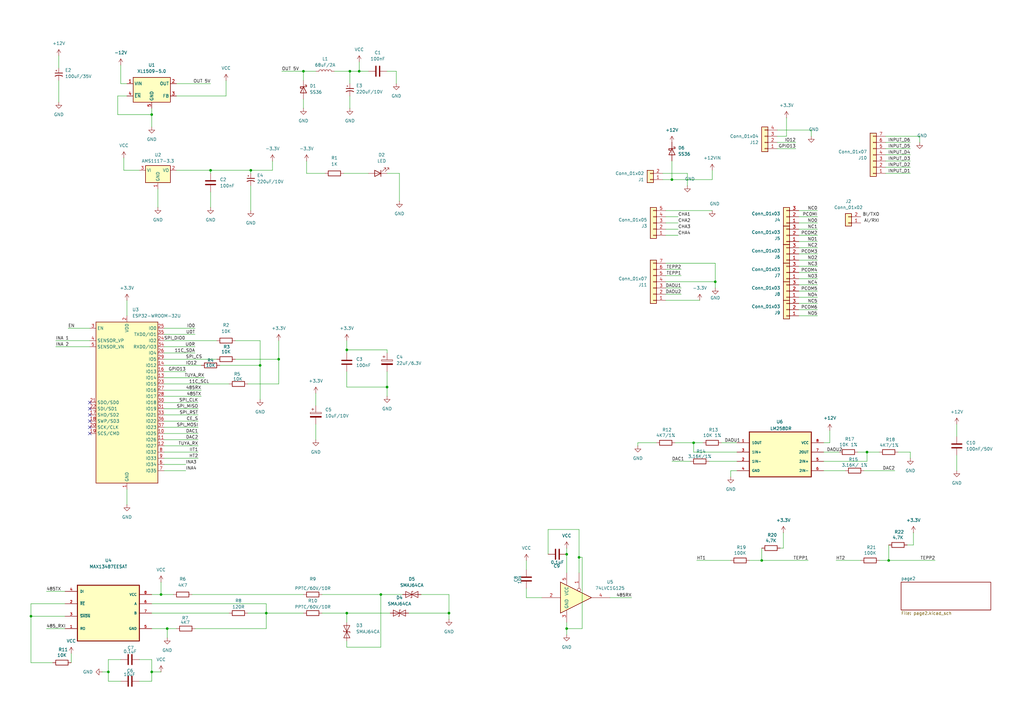
<source format=kicad_sch>
(kicad_sch (version 20250114) (generator "eeschema") (generator_version "9.0")
  (paper "A3")
  (junction (at 355.6 185.42))
  (junction (at 124.46 29.21))
  (junction (at 364.49 229.87))
  (junction (at 44.45 275.59))
  (junction (at 62.23 275.59))
  (junction (at 102.87 69.85))
  (junction (at 142.24 251.46))
  (junction (at 66.04 243.84))
  (junction (at 114.3 147.32))
  (junction (at 237.49 228.6))
  (junction (at 12.7 252.73))
  (junction (at 106.68 149.86))
  (junction (at 232.41 227.33))
  (junction (at 312.42 229.87))
  (junction (at 275.59 73.66))
  (junction (at 158.75 158.75))
  (junction (at 284.48 181.61))
  (junction (at 62.23 46.99))
  (junction (at 232.41 257.81))
  (junction (at 86.36 69.85))
  (junction (at 293.37 115.57))
  (junction (at 142.24 143.51))
  (junction (at 156.21 243.84))
  (junction (at 68.58 257.81))
  (junction (at 143.51 29.21))
  (junction (at 109.22 251.46))
  (junction (at 184.15 251.46))
  (junction (at 147.32 29.21))
  (no_connect (at 36.83 172.72))
  (no_connect (at 36.83 165.1))
  (no_connect (at 36.83 175.26))
  (no_connect (at 36.83 170.18))
  (no_connect (at 36.83 167.64))
  (no_connect (at 36.83 177.8))
  (wire (pts (xy 129.54 173.99) (xy 129.54 180.34)))
  (wire (pts (xy 142.24 262.89) (xy 142.24 265.43)))
  (wire (pts (xy 67.31 157.48) (xy 93.98 157.48)))
  (wire (pts (xy 273.05 110.49) (xy 279.4 110.49)))
  (wire (pts (xy 184.15 251.46) (xy 184.15 254)))
  (wire (pts (xy 327.66 129.54) (xy 335.28 129.54)))
  (wire (pts (xy 327.66 119.38) (xy 335.28 119.38)))
  (wire (pts (xy 50.8 64.77) (xy 50.8 69.85)))
  (wire (pts (xy 273.05 91.44) (xy 278.13 91.44)))
  (wire (pts (xy 158.75 71.12) (xy 163.83 71.12)))
  (wire (pts (xy 142.24 158.75) (xy 158.75 158.75)))
  (wire (pts (xy 44.45 275.59) (xy 44.45 270.51)))
  (wire (pts (xy 273.05 96.52) (xy 278.13 96.52)))
  (wire (pts (xy 232.41 257.81) (xy 232.41 260.35)))
  (wire (pts (xy 327.66 86.36) (xy 335.28 86.36)))
  (wire (pts (xy 363.22 58.42) (xy 373.38 58.42)))
  (wire (pts (xy 355.6 189.23) (xy 355.6 185.42)))
  (wire (pts (xy 237.49 228.6) (xy 237.49 234.95)))
  (wire (pts (xy 67.31 185.42) (xy 81.28 185.42)))
  (wire (pts (xy 327.66 104.14) (xy 335.28 104.14)))
  (wire (pts (xy 102.87 76.2) (xy 102.87 86.36)))
  (wire (pts (xy 52.07 34.29) (xy 49.53 34.29)))
  (wire (pts (xy 62.23 257.81) (xy 68.58 257.81)))
  (wire (pts (xy 147.32 25.4) (xy 147.32 29.21)))
  (wire (pts (xy 318.77 55.88) (xy 322.58 55.88)))
  (wire (pts (xy 142.24 143.51) (xy 142.24 144.78)))
  (wire (pts (xy 327.66 91.44) (xy 335.28 91.44)))
  (wire (pts (xy 86.36 78.74) (xy 86.36 85.09)))
  (wire (pts (xy 132.08 251.46) (xy 142.24 251.46)))
  (wire (pts (xy 142.24 152.4) (xy 142.24 158.75)))
  (wire (pts (xy 12.7 271.78) (xy 21.59 271.78)))
  (wire (pts (xy 67.31 193.04) (xy 76.2 193.04)))
  (wire (pts (xy 67.31 187.96) (xy 81.28 187.96)))
  (wire (pts (xy 109.22 251.46) (xy 109.22 247.65)))
  (wire (pts (xy 355.6 185.42) (xy 360.68 185.42)))
  (wire (pts (xy 299.72 193.04) (xy 299.72 195.58)))
  (wire (pts (xy 67.31 142.24) (xy 80.01 142.24)))
  (wire (pts (xy 52.07 39.37) (xy 48.26 39.37)))
  (wire (pts (xy 273.05 115.57) (xy 293.37 115.57)))
  (wire (pts (xy 237.49 217.17) (xy 237.49 228.6)))
  (wire (pts (xy 273.05 123.19) (xy 287.02 123.19)))
  (wire (pts (xy 302.26 185.42) (xy 284.48 185.42)))
  (wire (pts (xy 102.87 69.85) (xy 111.76 69.85)))
  (wire (pts (xy 327.66 114.3) (xy 335.28 114.3)))
  (wire (pts (xy 232.41 224.79) (xy 232.41 227.33)))
  (wire (pts (xy 26.67 247.65) (xy 12.7 247.65)))
  (wire (pts (xy 129.54 161.29) (xy 129.54 166.37)))
  (wire (pts (xy 327.66 88.9) (xy 335.28 88.9)))
  (wire (pts (xy 114.3 139.7) (xy 114.3 147.32)))
  (wire (pts (xy 67.31 139.7) (xy 88.9 139.7)))
  (wire (pts (xy 158.75 29.21) (xy 162.56 29.21)))
  (wire (pts (xy 24.13 22.86) (xy 24.13 27.94)))
  (wire (pts (xy 351.79 185.42) (xy 355.6 185.42)))
  (wire (pts (xy 67.31 149.86) (xy 82.55 149.86)))
  (wire (pts (xy 68.58 257.81) (xy 68.58 261.62)))
  (wire (pts (xy 124.46 29.21) (xy 124.46 33.02)))
  (wire (pts (xy 67.31 190.5) (xy 76.2 190.5)))
  (wire (pts (xy 327.66 101.6) (xy 335.28 101.6)))
  (wire (pts (xy 293.37 107.95) (xy 293.37 115.57)))
  (wire (pts (xy 57.15 279.4) (xy 62.23 279.4)))
  (wire (pts (xy 215.9 245.11) (xy 215.9 241.3)))
  (wire (pts (xy 392.43 173.99) (xy 392.43 179.07)))
  (wire (pts (xy 273.05 113.03) (xy 279.4 113.03)))
  (wire (pts (xy 48.26 39.37) (xy 48.26 46.99)))
  (wire (pts (xy 62.23 275.59) (xy 66.04 275.59)))
  (wire (pts (xy 284.48 181.61) (xy 288.29 181.61)))
  (wire (pts (xy 62.23 270.51) (xy 57.15 270.51)))
  (wire (pts (xy 115.57 29.21) (xy 124.46 29.21)))
  (wire (pts (xy 327.66 121.92) (xy 335.28 121.92)))
  (wire (pts (xy 327.66 127) (xy 335.28 127)))
  (wire (pts (xy 158.75 144.78) (xy 158.75 143.51)))
  (wire (pts (xy 140.97 71.12) (xy 151.13 71.12)))
  (wire (pts (xy 374.65 218.44) (xy 374.65 223.52)))
  (wire (pts (xy 337.82 189.23) (xy 355.6 189.23)))
  (wire (pts (xy 222.25 245.11) (xy 215.9 245.11)))
  (wire (pts (xy 172.72 243.84) (xy 184.15 243.84)))
  (wire (pts (xy 322.58 55.88) (xy 322.58 48.26)))
  (wire (pts (xy 363.22 63.5) (xy 373.38 63.5)))
  (wire (pts (xy 354.33 193.04) (xy 367.03 193.04)))
  (wire (pts (xy 64.77 77.47) (xy 64.77 85.09)))
  (wire (pts (xy 337.82 181.61) (xy 340.36 181.61)))
  (wire (pts (xy 284.48 185.42) (xy 284.48 181.61)))
  (wire (pts (xy 360.68 229.87) (xy 364.49 229.87)))
  (wire (pts (xy 363.22 55.88) (xy 377.19 55.88)))
  (wire (pts (xy 102.87 69.85) (xy 102.87 71.12)))
  (wire (pts (xy 67.31 152.4) (xy 76.2 152.4)))
  (wire (pts (xy 224.79 217.17) (xy 237.49 217.17)))
  (wire (pts (xy 62.23 243.84) (xy 66.04 243.84)))
  (wire (pts (xy 62.23 247.65) (xy 109.22 247.65)))
  (wire (pts (xy 273.05 120.65) (xy 279.4 120.65)))
  (wire (pts (xy 52.07 200.66) (xy 52.07 207.01)))
  (wire (pts (xy 275.59 189.23) (xy 283.21 189.23)))
  (wire (pts (xy 143.51 29.21) (xy 143.51 34.29)))
  (wire (pts (xy 276.86 181.61) (xy 284.48 181.61)))
  (wire (pts (xy 12.7 252.73) (xy 26.67 252.73)))
  (wire (pts (xy 132.08 243.84) (xy 156.21 243.84)))
  (wire (pts (xy 337.82 193.04) (xy 346.71 193.04)))
  (wire (pts (xy 62.23 275.59) (xy 62.23 270.51)))
  (wire (pts (xy 62.23 44.45) (xy 62.23 46.99)))
  (wire (pts (xy 106.68 149.86) (xy 106.68 163.83)))
  (wire (pts (xy 67.31 162.56) (xy 82.55 162.56)))
  (wire (pts (xy 62.23 251.46) (xy 93.98 251.46)))
  (wire (pts (xy 96.52 147.32) (xy 114.3 147.32)))
  (wire (pts (xy 275.59 73.66) (xy 292.1 73.66)))
  (wire (pts (xy 44.45 279.4) (xy 44.45 275.59)))
  (wire (pts (xy 271.78 73.66) (xy 275.59 73.66)))
  (wire (pts (xy 312.42 229.87) (xy 331.47 229.87)))
  (wire (pts (xy 327.66 106.68) (xy 335.28 106.68)))
  (wire (pts (xy 12.7 252.73) (xy 12.7 271.78)))
  (wire (pts (xy 57.15 69.85) (xy 50.8 69.85)))
  (wire (pts (xy 137.16 29.21) (xy 143.51 29.21)))
  (wire (pts (xy 67.31 134.62) (xy 80.01 134.62)))
  (wire (pts (xy 292.1 73.66) (xy 292.1 69.85)))
  (wire (pts (xy 363.22 60.96) (xy 373.38 60.96)))
  (wire (pts (xy 237.49 228.6) (xy 238.76 228.6)))
  (wire (pts (xy 67.31 165.1) (xy 81.28 165.1)))
  (wire (pts (xy 158.75 152.4) (xy 158.75 158.75)))
  (wire (pts (xy 273.05 86.36) (xy 292.1 86.36)))
  (wire (pts (xy 275.59 73.66) (xy 275.59 66.04)))
  (wire (pts (xy 78.74 243.84) (xy 124.46 243.84)))
  (wire (pts (xy 163.83 71.12) (xy 163.83 82.55)))
  (wire (pts (xy 363.22 68.58) (xy 373.38 68.58)))
  (wire (pts (xy 156.21 243.84) (xy 165.1 243.84)))
  (wire (pts (xy 307.34 229.87) (xy 312.42 229.87)))
  (wire (pts (xy 67.31 172.72) (xy 81.28 172.72)))
  (wire (pts (xy 162.56 29.21) (xy 162.56 34.29)))
  (wire (pts (xy 66.04 243.84) (xy 71.12 243.84)))
  (wire (pts (xy 318.77 53.34) (xy 332.74 53.34)))
  (wire (pts (xy 12.7 247.65) (xy 12.7 252.73)))
  (wire (pts (xy 109.22 251.46) (xy 124.46 251.46)))
  (wire (pts (xy 67.31 154.94) (xy 83.82 154.94)))
  (wire (pts (xy 142.24 139.7) (xy 142.24 143.51)))
  (wire (pts (xy 269.24 181.61) (xy 261.62 181.61)))
  (wire (pts (xy 281.94 71.12) (xy 281.94 76.2)))
  (wire (pts (xy 101.6 157.48) (xy 114.3 157.48)))
  (wire (pts (xy 68.58 257.81) (xy 72.39 257.81)))
  (wire (pts (xy 67.31 175.26) (xy 81.28 175.26)))
  (wire (pts (xy 215.9 229.87) (xy 215.9 233.68)))
  (wire (pts (xy 327.66 96.52) (xy 335.28 96.52)))
  (wire (pts (xy 327.66 116.84) (xy 335.28 116.84)))
  (wire (pts (xy 62.23 46.99) (xy 62.23 52.07)))
  (wire (pts (xy 327.66 124.46) (xy 335.28 124.46)))
  (wire (pts (xy 184.15 243.84) (xy 184.15 251.46)))
  (wire (pts (xy 48.26 46.99) (xy 62.23 46.99)))
  (wire (pts (xy 142.24 251.46) (xy 160.02 251.46)))
  (wire (pts (xy 72.39 69.85) (xy 86.36 69.85)))
  (wire (pts (xy 302.26 193.04) (xy 299.72 193.04)))
  (wire (pts (xy 67.31 147.32) (xy 88.9 147.32)))
  (wire (pts (xy 67.31 177.8) (xy 81.28 177.8)))
  (wire (pts (xy 49.53 26.67) (xy 49.53 34.29)))
  (wire (pts (xy 238.76 257.81) (xy 232.41 257.81)))
  (wire (pts (xy 67.31 137.16) (xy 80.01 137.16)))
  (wire (pts (xy 19.05 242.57) (xy 26.67 242.57)))
  (wire (pts (xy 290.83 189.23) (xy 302.26 189.23)))
  (wire (pts (xy 19.05 257.81) (xy 26.67 257.81)))
  (wire (pts (xy 24.13 33.02) (xy 24.13 41.91)))
  (wire (pts (xy 66.04 238.76) (xy 66.04 243.84)))
  (wire (pts (xy 86.36 69.85) (xy 102.87 69.85)))
  (wire (pts (xy 111.76 66.04) (xy 111.76 69.85)))
  (wire (pts (xy 261.62 181.61) (xy 261.62 182.88)))
  (wire (pts (xy 109.22 257.81) (xy 109.22 251.46)))
  (wire (pts (xy 364.49 223.52) (xy 364.49 229.87)))
  (wire (pts (xy 27.94 134.62) (xy 36.83 134.62)))
  (wire (pts (xy 392.43 186.69) (xy 392.43 193.04)))
  (wire (pts (xy 273.05 88.9) (xy 278.13 88.9)))
  (wire (pts (xy 318.77 60.96) (xy 326.39 60.96)))
  (wire (pts (xy 368.3 185.42) (xy 373.38 185.42)))
  (wire (pts (xy 62.23 279.4) (xy 62.23 275.59)))
  (wire (pts (xy 41.91 275.59) (xy 44.45 275.59)))
  (wire (pts (xy 363.22 71.12) (xy 373.38 71.12)))
  (wire (pts (xy 67.31 170.18) (xy 81.28 170.18)))
  (wire (pts (xy 238.76 228.6) (xy 238.76 257.81)))
  (wire (pts (xy 147.32 29.21) (xy 151.13 29.21)))
  (wire (pts (xy 67.31 160.02) (xy 82.55 160.02)))
  (wire (pts (xy 271.78 71.12) (xy 281.94 71.12)))
  (wire (pts (xy 80.01 257.81) (xy 109.22 257.81)))
  (wire (pts (xy 321.31 224.79) (xy 321.31 218.44)))
  (wire (pts (xy 52.07 123.19) (xy 52.07 129.54)))
  (wire (pts (xy 114.3 147.32) (xy 114.3 157.48)))
  (wire (pts (xy 49.53 279.4) (xy 44.45 279.4)))
  (wire (pts (xy 332.74 53.34) (xy 332.74 55.88)))
  (wire (pts (xy 340.36 181.61) (xy 340.36 176.53)))
  (wire (pts (xy 143.51 39.37) (xy 143.51 44.45)))
  (wire (pts (xy 49.53 270.51) (xy 44.45 270.51)))
  (wire (pts (xy 86.36 69.85) (xy 86.36 71.12)))
  (wire (pts (xy 327.66 111.76) (xy 335.28 111.76)))
  (wire (pts (xy 363.22 66.04) (xy 373.38 66.04)))
  (wire (pts (xy 224.79 217.17) (xy 224.79 227.33)))
  (wire (pts (xy 143.51 29.21) (xy 147.32 29.21)))
  (wire (pts (xy 101.6 251.46) (xy 109.22 251.46)))
  (wire (pts (xy 342.9 229.87) (xy 353.06 229.87)))
  (wire (pts (xy 377.19 55.88) (xy 377.19 58.42)))
  (wire (pts (xy 125.73 71.12) (xy 133.35 71.12)))
  (wire (pts (xy 158.75 143.51) (xy 142.24 143.51)))
  (wire (pts (xy 22.86 142.24) (xy 36.83 142.24)))
  (wire (pts (xy 327.66 109.22) (xy 335.28 109.22)))
  (wire (pts (xy 167.64 251.46) (xy 184.15 251.46)))
  (wire (pts (xy 373.38 187.96) (xy 373.38 185.42)))
  (wire (pts (xy 92.71 33.02) (xy 92.71 39.37)))
  (wire (pts (xy 72.39 34.29) (xy 86.36 34.29)))
  (wire (pts (xy 327.66 93.98) (xy 335.28 93.98)))
  (wire (pts (xy 158.75 158.75) (xy 158.75 162.56)))
  (wire (pts (xy 22.86 139.7) (xy 36.83 139.7)))
  (wire (pts (xy 250.19 245.11) (xy 259.08 245.11)))
  (wire (pts (xy 337.82 185.42) (xy 344.17 185.42)))
  (wire (pts (xy 312.42 224.79) (xy 312.42 229.87)))
  (wire (pts (xy 124.46 29.21) (xy 129.54 29.21)))
  (wire (pts (xy 124.46 40.64) (xy 124.46 44.45)))
  (wire (pts (xy 67.31 144.78) (xy 80.01 144.78)))
  (wire (pts (xy 72.39 39.37) (xy 92.71 39.37)))
  (wire (pts (xy 67.31 167.64) (xy 81.28 167.64)))
  (wire (pts (xy 273.05 118.11) (xy 279.4 118.11)))
  (wire (pts (xy 232.41 255.27) (xy 232.41 257.81)))
  (wire (pts (xy 125.73 66.04) (xy 125.73 71.12)))
  (wire (pts (xy 90.17 149.86) (xy 106.68 149.86)))
  (wire (pts (xy 293.37 115.57) (xy 293.37 118.11)))
  (wire (pts (xy 67.31 182.88) (xy 81.28 182.88)))
  (wire (pts (xy 67.31 180.34) (xy 81.28 180.34)))
  (wire (pts (xy 320.04 224.79) (xy 321.31 224.79)))
  (wire (pts (xy 142.24 251.46) (xy 142.24 255.27)))
  (wire (pts (xy 327.66 99.06) (xy 335.28 99.06)))
  (wire (pts (xy 273.05 107.95) (xy 293.37 107.95)))
  (wire (pts (xy 142.24 265.43) (xy 156.21 265.43)))
  (wire (pts (xy 285.75 229.87) (xy 299.72 229.87)))
  (wire (pts (xy 96.52 139.7) (xy 106.68 139.7)))
  (wire (pts (xy 106.68 139.7) (xy 106.68 149.86)))
  (wire (pts (xy 29.21 267.97) (xy 29.21 271.78)))
  (wire (pts (xy 232.41 227.33) (xy 232.41 234.95)))
  (wire (pts (xy 156.21 243.84) (xy 156.21 265.43)))
  (wire (pts (xy 318.77 58.42) (xy 326.39 58.42)))
  (wire (pts (xy 364.49 229.87) (xy 383.54 229.87)))
  (wire (pts (xy 372.11 223.52) (xy 374.65 223.52)))
  (wire (pts (xy 273.05 93.98) (xy 278.13 93.98)))
  (wire (pts (xy 295.91 181.61) (xy 302.26 181.61)))
  (label "INPUT_D2" (at 373.38 68.58 180))
  (label "SPI_MOSI" (at 81.28 175.26 180))
  (label "NC4" (at 335.28 116.84 180))
  (label "GPIO13" (at 76.2 152.4 180))
  (label "TEPP2" (at 279.4 110.49 180))
  (label "IO12" (at 76.2 149.86 0))
  (label "DAC1" (at 275.59 189.23 0))
  (label "CHA2" (at 278.13 91.44 0))
  (label "INA 1" (at 22.86 139.7 0))
  (label "PCOM5" (at 335.28 119.38 180))
  (label "DAOU2" (at 339.09 185.42 0))
  (label "CHA3" (at 278.13 93.98 0))
  (label "DAOU1" (at 279.4 118.11 180))
  (label "NO0" (at 335.28 91.44 180))
  (label "NC1" (at 335.28 93.98 180))
  (label "SPI_RST" (at 81.28 170.18 180))
  (label "SPI_DIO0" (at 67.31 139.7 0))
  (label "DAC1" (at 81.28 177.8 180))
  (label "485TX" (at 19.05 242.57 0))
  (label "485TX" (at 82.55 162.56 180))
  (label "BI{slash}TXO" (at 360.68 88.9 180))
  (label "TEPP1" (at 331.47 229.87 180))
  (label "INPUT_D6" (at 373.38 58.42 180))
  (label "NO3" (at 335.28 114.3 180))
  (label "485_RXI" (at 19.05 257.81 0))
  (label "NC5" (at 335.28 124.46 180))
  (label "NO2" (at 335.28 106.68 180))
  (label "TUYA_RX" (at 83.82 154.94 180))
  (label "DAC2" (at 367.03 193.04 180))
  (label "DAOU1" (at 297.18 181.61 0))
  (label "CHA1" (at 278.13 88.9 0))
  (label "OUT 5V" (at 115.57 29.21 0))
  (label "TEPP1" (at 279.4 113.03 180))
  (label "HT2" (at 81.28 187.96 180))
  (label "GPIO13" (at 326.39 60.96 180))
  (label "DAOU2" (at 279.4 120.65 180))
  (label "AI{slash}RXI" (at 360.68 91.44 180))
  (label "PCOM4" (at 335.28 111.76 180))
  (label "IO0" (at 80.01 134.62 180))
  (label "SPI_CS" (at 76.2 147.32 0))
  (label "INPUT_D3" (at 373.38 66.04 180))
  (label "NC0" (at 335.28 86.36 180))
  (label "PCOM6" (at 335.28 127 180))
  (label "OUT 5V" (at 86.36 34.29 180))
  (label "11C_SDA" (at 80.01 144.78 180))
  (label "EN" (at 27.94 134.62 0))
  (label "SPI_CLK" (at 81.28 165.1 180))
  (label "11C_SCL" (at 77.47 157.48 0))
  (label "DAC2" (at 81.28 180.34 180))
  (label "CHA4" (at 278.13 96.52 0))
  (label "INPUT_D4" (at 373.38 63.5 180))
  (label "485RX" (at 259.08 245.11 180))
  (label "IIT1" (at 81.28 185.42 180))
  (label "INPUT_D1" (at 373.38 71.12 180))
  (label "U0R" (at 80.01 142.24 180))
  (label "SPI_MISO" (at 81.28 167.64 180))
  (label "NC2" (at 335.28 101.6 180))
  (label "NO1" (at 335.28 99.06 180))
  (label "CE_S" (at 81.28 172.72 180))
  (label "PCOM2" (at 335.28 96.52 180))
  (label "NO4" (at 335.28 121.92 180))
  (label "PCOMI" (at 335.28 88.9 180))
  (label "INA3" (at 76.2 190.5 0))
  (label "INA4" (at 76.2 193.04 0))
  (label "NO5" (at 335.28 129.54 180))
  (label "HT1" (at 285.75 229.87 0))
  (label "HT2" (at 342.9 229.87 0))
  (label "PCOM3" (at 335.28 104.14 180))
  (label "TUYA_RX" (at 81.28 182.88 180))
  (label "U0T" (at 80.01 137.16 180))
  (label "INPUT_D5" (at 373.38 60.96 180))
  (label "INA 2" (at 22.86 142.24 0))
  (label "IO12" (at 326.39 58.42 180))
  (label "485RX" (at 82.55 160.02 180))
  (label "TEPP2" (at 383.54 229.87 180))
  (label "NC3" (at 335.28 109.22 180))
  (symbol (lib_id "Device:R") (at 316.23 224.79 90) (unit 1)
    (property "Reference" "R20" (at 316.738 219.456 90))
    (property "Value" "4.7K" (at 316.23 221.742 90))
    (property "Footprint" "Resistor_THT:R_Axial_DIN0309_L9.0mm_D3.2mm_P15.24mm_Horizontal" (effects (hide yes)))
    (property "Description" "Resistor" (effects (hide yes)))
  )
  (symbol (lib_id "Connector_Generic:Conn_01x02") (at 347.98 91.44 180) (unit 1)
    (property "Reference" "J2" (at 347.98 82.55 0))
    (property "Value" "Conn_01x02" (at 347.98 85.09 0))
    (property "Description" "Generic connector, single row, 01x02, script generated (kicad-library-utils/schlib/autogen/connector/)" (effects (hide yes)))
  )
  (symbol (lib_id "power:GND") (at 293.37 118.11 0) (unit 1)
    (property "Reference" "#PWR043" (effects (hide yes)))
    (property "Value" "GND" (at 293.37 122.174 0))
    (property "Description" "Power symbol creates a global label with name \"GND\" , ground" (effects (hide yes)))
  )
  (symbol (lib_id "power:GND") (at 106.68 163.83 0) (unit 1)
    (property "Reference" "#PWR021" (effects (hide yes)))
    (property "Value" "GND" (at 106.68 168.91 0))
    (property "Description" "Power symbol creates a global label with name \"GND\" , ground" (effects (hide yes)))
  )
  (symbol (lib_id "power:GND") (at 261.62 182.88 0) (unit 1)
    (property "Reference" "#PWR039" (effects (hide yes)))
    (property "Value" "GND" (at 261.62 187.96 0))
    (property "Description" "Power symbol creates a global label with name \"GND\" , ground" (effects (hide yes)))
  )
  (symbol (lib_id "Diode:SMAJ64CA") (at 163.83 251.46 180) (unit 1)
    (property "Reference" "D4" (at 163.83 245.11 0))
    (property "Value" "SMAJ64CA" (at 163.83 247.65 0))
    (property "Footprint" "Diode_SMD:D_SMA" (effects (hide yes)))
    (property "Datasheet" "https://www.littelfuse.com/media?resourcetype=datasheets&itemid=75e32973-b177-4ee3-a0ff-cedaf1abdb93&filename=smaj-datasheet" (effects (hide yes)))
    (property "Description" "400W bidirectional Transient Voltage Suppressor, 64.0Vr, SMA(DO-214AC)" (effects (hide yes)))
  )
  (symbol (lib_id "Device:C") (at 392.43 182.88 180) (unit 1)
    (property "Reference" "C10" (at 396.24 181.6099 0) (effects (justify right)))
    (property "Value" "100nF/50V" (at 396.24 184.1499 0) (effects (justify right)))
    (property "Description" "Unpolarized capacitor" (effects (hide yes)))
  )
  (symbol (lib_id "Device:C_Polarized") (at 158.75 148.59 0) (unit 1)
    (property "Reference" "C4" (at 162.56 146.4309 0) (effects (justify left)))
    (property "Value" "22uF/6.3V" (at 162.56 148.9709 0) (effects (justify left)))
    (property "Footprint" "Capacitor_THT:CP_Axial_L18.0mm_D8.0mm_P25.00mm_Horizontal" (effects (hide yes)))
    (property "Description" "Polarized capacitor" (effects (hide yes)))
  )
  (symbol (lib_id "power:GND") (at 163.83 82.55 0) (unit 1)
    (property "Reference" "#PWR012" (effects (hide yes)))
    (property "Value" "GND" (at 163.83 87.63 0))
    (property "Description" "Power symbol creates a global label with name \"GND\" , ground" (effects (hide yes)))
  )
  (symbol (lib_id "LM258DR:LM258DR") (at 320.04 185.42 0) (unit 1)
    (property "Reference" "U6" (at 319.786 172.974 0))
    (property "Value" "LM258DR" (at 320.294 175.768 0))
    (property "Footprint" "LM258DR:SOIC127P599X175-8N" (effects (hide yes)))
    (property "DigiKey_Part_Number" "296-14591-2-ND" (effects (hide yes)))
    (property "SnapEDA_Link" "https://www.snapeda.com/parts/LM258DR/Texas+Instruments/view-part/?ref=snap" (effects (hide yes)))
    (property "Description_1" "Dual, 30-V, 700-kHz operational amplifier with -25°C to 85°C operation" (effects (hide yes)))
    (property "MF" "Texas Instruments" (effects (hide yes)))
    (property "Package" "SOIC-8 Texas Instruments" (effects (hide yes)))
    (property "Check_prices" "https://www.snapeda.com/parts/LM258DR/Texas+Instruments/view-part/?ref=eda" (effects (hide yes)))
    (property "MP" "LM258DR" (effects (hide yes)))
  )
  (symbol (lib_id "power:VCC") (at 232.41 224.79 0) (unit 1)
    (property "Reference" "#PWR034" (effects (hide yes)))
    (property "Value" "VCC" (at 232.41 219.71 0))
    (property "Description" "Power symbol creates a global label with name \"VCC\"" (effects (hide yes)))
  )
  (symbol (lib_id "Diode:SS36") (at 275.59 62.23 270) (unit 1)
    (property "Reference" "D6" (at 278.13 60.6424 90) (effects (justify left)))
    (property "Value" "SS36" (at 278.13 63.1824 90) (effects (justify left)))
    (property "Footprint" "Diode_SMD:D_SMA" (effects (hide yes)))
    (property "Datasheet" "https://www.vishay.com/docs/88751/ss32.pdf" (effects (hide yes)))
    (property "Description" "60V 3A Schottky Diode, SMA" (effects (hide yes)))
  )
  (symbol (lib_id "Device:R") (at 356.87 229.87 90) (unit 1)
    (property "Reference" "R21" (at 357.378 224.536 90))
    (property "Value" "100K" (at 356.87 226.822 90))
    (property "Footprint" "Resistor_THT:R_Axial_DIN0309_L9.0mm_D3.2mm_P15.24mm_Horizontal" (effects (hide yes)))
    (property "Description" "Resistor" (effects (hide yes)))
  )
  (symbol (lib_id "Device:C") (at 154.94 29.21 90) (unit 1)
    (property "Reference" "C1" (at 154.94 21.59 90))
    (property "Value" "100nF" (at 154.94 24.13 90))
    (property "Description" "Unpolarized capacitor" (effects (hide yes)))
  )
  (symbol (lib_id "MAX13487EESAT:MAX13487EESAT") (at 44.45 255.27 0) (unit 1)
    (property "Reference" "U4" (at 44.45 229.87 0))
    (property "Value" "MAX13487EESAT" (at 44.45 232.41 0))
    (property "Footprint" "MAX13487EESAT:SOIC127P600X175-8N" (effects (hide yes)))
    (property "MF" "Analog Devices" (effects (hide yes)))
    (property "Description_1" "Half-Duplex RS-485/RS-422-Compatible Transceiver with AutoDirection Control" (effects (hide yes)))
    (property "Package" "SOIC-8 Maxim" (effects (hide yes)))
    (property "Price" "None" (effects (hide yes)))
    (property "SnapEDA_Link" "https://www.snapeda.com/parts/MAX13487EESA+T/Analog+Devices/view-part/?ref=snap" (effects (hide yes)))
    (property "MP" "MAX13487EESA+T" (effects (hide yes)))
    (property "Availability" "In Stock" (effects (hide yes)))
    (property "Check_prices" "https://www.snapeda.com/parts/MAX13487EESA+T/Analog+Devices/view-part/?ref=eda" (effects (hide yes)))
  )
  (symbol (lib_id "Connector_Generic:Conn_01x03") (at 322.58 88.9 180) (unit 1)
    (property "Reference" "J4" (at 320.04 90.1701 0) (effects (justify left)))
    (property "Value" "Conn_01x03" (at 320.04 87.6301 0) (effects (justify left)))
    (property "Description" "Generic connector, single row, 01x03, script generated (kicad-library-utils/schlib/autogen/connector/)" (effects (hide yes)))
  )
  (symbol (lib_id "Device:R") (at 292.1 181.61 90) (unit 1)
    (property "Reference" "R13" (at 292.608 176.276 90))
    (property "Value" "10K 1%" (at 292.1 178.562 90))
    (property "Footprint" "Resistor_THT:R_Axial_DIN0309_L9.0mm_D3.2mm_P15.24mm_Horizontal" (effects (hide yes)))
    (property "Description" "Resistor" (effects (hide yes)))
  )
  (symbol (lib_id "Device:R") (at 92.71 139.7 90) (unit 1)
    (property "Reference" "R2" (at 92.71 133.35 90))
    (property "Value" "10K" (at 92.71 135.89 90))
    (property "Footprint" "Resistor_SMD:R_1206_3216Metric" (effects (hide yes)))
    (property "Description" "Resistor" (effects (hide yes)))
  )
  (symbol (lib_id "power:+12V") (at 392.43 173.99 0) (unit 1)
    (property "Reference" "#PWR038" (effects (hide yes)))
    (property "Value" "+12V" (at 392.43 168.91 0))
    (property "Description" "Power symbol creates a global label with name \"+12V\"" (effects (hide yes)))
  )
  (symbol (lib_id "power:GND") (at 299.72 195.58 0) (unit 1)
    (property "Reference" "#PWR040" (effects (hide yes)))
    (property "Value" "GND" (at 299.72 200.66 0))
    (property "Description" "Power symbol creates a global label with name \"GND\" , ground" (effects (hide yes)))
  )
  (symbol (lib_id "Diode:1N6857") (at 124.46 36.83 270) (unit 1)
    (property "Reference" "D1" (at 127 35.2424 90) (effects (justify left)))
    (property "Value" "SS36" (at 127 37.7824 90) (effects (justify left)))
    (property "Footprint" "Diode_THT:D_DO-35_SOD27_P7.62mm_Horizontal" (effects (hide yes)))
    (property "Datasheet" "https://www.microsemi.com/document-portal/doc_download/8865-lds-0040-datasheet" (effects (hide yes)))
    (property "Description" "20V 150mA Schottky diode, DO-35" (effects (hide yes)))
  )
  (symbol (lib_id "power:+3.3V") (at 111.76 66.04 0) (unit 1)
    (property "Reference" "#PWR010" (effects (hide yes)))
    (property "Value" "-3.3V" (at 111.76 60.96 0))
    (property "Description" "Power symbol creates a global label with name \"+3.3V\"" (effects (hide yes)))
  )
  (symbol (lib_id "Connector_Generic:Conn_01x03") (at 322.58 127 180) (unit 1)
    (property "Reference" "J9" (at 320.04 128.2701 0) (effects (justify left)))
    (property "Value" "Conn_01x03" (at 320.04 125.7301 0) (effects (justify left)))
    (property "Description" "Generic connector, single row, 01x03, script generated (kicad-library-utils/schlib/autogen/connector/)" (effects (hide yes)))
  )
  (symbol (lib_id "Device:R") (at 25.4 271.78 90) (unit 1)
    (property "Reference" "R11" (at 25.908 266.446 90))
    (property "Value" "10K" (at 25.4 268.732 90))
    (property "Footprint" "Resistor_THT:R_Axial_DIN0309_L9.0mm_D3.2mm_P15.24mm_Horizontal" (effects (hide yes)))
    (property "Description" "Resistor" (effects (hide yes)))
  )
  (symbol (lib_id "power:GND") (at 64.77 85.09 0) (unit 1)
    (property "Reference" "#PWR05" (effects (hide yes)))
    (property "Value" "GND" (at 64.77 90.17 0))
    (property "Description" "Power symbol creates a global label with name \"GND\" , ground" (effects (hide yes)))
  )
  (symbol (lib_id "power:+3.3V") (at 142.24 139.7 0) (unit 1)
    (property "Reference" "#PWR023" (effects (hide yes)))
    (property "Value" "+3.3V" (at 142.24 134.62 0))
    (property "Description" "Power symbol creates a global label with name \"+3.3V\"" (effects (hide yes)))
  )
  (symbol (lib_id "power:+3.3V") (at 125.73 66.04 0) (unit 1)
    (property "Reference" "#PWR018" (effects (hide yes)))
    (property "Value" "-3.3V" (at 125.73 60.96 0))
    (property "Description" "Power symbol creates a global label with name \"+3.3V\"" (effects (hide yes)))
  )
  (symbol (lib_id "Device:L") (at 133.35 29.21 90) (unit 1)
    (property "Reference" "L1" (at 133.35 24.13 90))
    (property "Value" "68uF/2A" (at 133.35 26.67 90))
    (property "Description" "Inductor" (effects (hide yes)))
  )
  (symbol (lib_id "Device:R") (at 368.3 223.52 90) (unit 1)
    (property "Reference" "R22" (at 368.808 218.186 90))
    (property "Value" "4.7K" (at 368.3 220.472 90))
    (property "Footprint" "Resistor_THT:R_Axial_DIN0309_L9.0mm_D3.2mm_P15.24mm_Horizontal" (effects (hide yes)))
    (property "Description" "Resistor" (effects (hide yes)))
  )
  (symbol (lib_id "power:GND") (at 373.38 187.96 0) (unit 1)
    (property "Reference" "#PWR041" (effects (hide yes)))
    (property "Value" "GND" (at 373.38 193.04 0))
    (property "Description" "Power symbol creates a global label with name \"GND\" , ground" (effects (hide yes)))
  )
  (symbol (lib_id "Device:C_Polarized_Small_US") (at 143.51 36.83 0) (unit 1)
    (property "Reference" "E3" (at 146.05 35.1281 0) (effects (justify left)))
    (property "Value" "220uF/10V" (at 146.05 37.6681 0) (effects (justify left)))
    (property "Footprint" "Capacitor_SMD:C_1808_4520Metric_Pad1.72x2.30mm_HandSolder" (effects (hide yes)))
    (property "Description" "Polarized capacitor, small US symbol" (effects (hide yes)))
  )
  (symbol (lib_id "power:GND") (at 24.13 41.91 0) (unit 1)
    (property "Reference" "#PWR02" (effects (hide yes)))
    (property "Value" "GND" (at 24.13 46.99 0))
    (property "Description" "Power symbol creates a global label with name \"GND\" , ground" (effects (hide yes)))
  )
  (symbol (lib_id "Regulator_Switching:XL1509-5.0") (at 62.23 36.83 0) (unit 1)
    (property "Reference" "U1" (at 62.23 26.67 0))
    (property "Value" "XL1509-5.0" (at 62.23 29.21 0))
    (property "Footprint" "Package_SO:SOIC-8_3.9x4.9mm_P1.27mm" (effects (hide yes)))
    (property "Datasheet" "https://datasheet.lcsc.com/lcsc/1809050422_XLSEMI-XL1509-5-0E1_C61063.pdf" (effects (hide yes)))
    (property "Description" "Buck DC/DC Converter, 2A, 5V Output Voltage, 7-40V Input Voltage" (effects (hide yes)))
  )
  (symbol (lib_id "Device:R") (at 86.36 149.86 90) (unit 1)
    (property "Reference" "R4" (at 86.36 147.828 90))
    (property "Value" "10K" (at 86.36 149.86 90))
    (property "Footprint" "Resistor_SMD:R_1206_3216Metric" (effects (hide yes)))
    (property "Description" "Resistor" (effects (hide yes)))
  )
  (symbol (lib_id "power:GND") (at 392.43 193.04 0) (unit 1)
    (property "Reference" "#PWR042" (effects (hide yes)))
    (property "Value" "GND" (at 392.43 198.12 0))
    (property "Description" "Power symbol creates a global label with name \"GND\" , ground" (effects (hide yes)))
  )
  (symbol (lib_id "Device:R") (at 76.2 257.81 90) (unit 1)
    (property "Reference" "R7" (at 75.946 253.492 90))
    (property "Value" "4K7" (at 75.946 255.27 90))
    (property "Footprint" "Resistor_THT:R_Axial_DIN0309_L9.0mm_D3.2mm_P15.24mm_Horizontal" (effects (hide yes)))
    (property "Description" "Resistor" (effects (hide yes)))
  )
  (symbol (lib_id "power:+3.3V") (at 114.3 139.7 0) (unit 1)
    (property "Reference" "#PWR022" (effects (hide yes)))
    (property "Value" "+3.3V" (at 114.3 134.62 0))
    (property "Description" "Power symbol creates a global label with name \"+3.3V\"" (effects (hide yes)))
  )
  (symbol (lib_id "Diode:SMAJ64CA") (at 142.24 259.08 90) (unit 1)
    (property "Reference" "D3" (at 146.05 256.5399 90) (effects (justify right)))
    (property "Value" "SMAJ64CA" (at 146.05 259.0799 90) (effects (justify right)))
    (property "Footprint" "Diode_SMD:D_SMA" (effects (hide yes)))
    (property "Datasheet" "https://www.littelfuse.com/media?resourcetype=datasheets&itemid=75e32973-b177-4ee3-a0ff-cedaf1abdb93&filename=smaj-datasheet" (effects (hide yes)))
    (property "Description" "400W bidirectional Transient Voltage Suppressor, 64.0Vr, SMA(DO-214AC)" (effects (hide yes)))
  )
  (symbol (lib_id "Device:C") (at 53.34 270.51 270) (unit 1)
    (property "Reference" "C7" (at 53.594 265.684 90))
    (property "Value" "0.1uF" (at 53.34 267.208 90))
    (property "Description" "Unpolarized capacitor" (effects (hide yes)))
  )
  (symbol (lib_id "power:VCC") (at 215.9 229.87 0) (unit 1)
    (property "Reference" "#PWR033" (effects (hide yes)))
    (property "Value" "VCC" (at 215.9 224.79 0))
    (property "Description" "Power symbol creates a global label with name \"VCC\"" (effects (hide yes)))
  )
  (symbol (lib_id "power:+3.3V") (at 322.58 48.26 0) (unit 1)
    (property "Reference" "#PWR050" (effects (hide yes)))
    (property "Value" "+3.3V" (at 322.58 43.18 0))
    (property "Description" "Power symbol creates a global label with name \"+3.3V\"" (effects (hide yes)))
  )
  (symbol (lib_id "power:+12V") (at 49.53 26.67 0) (unit 1)
    (property "Reference" "#PWR03" (effects (hide yes)))
    (property "Value" "-12V" (at 49.53 21.59 0))
    (property "Description" "Power symbol creates a global label with name \"+12V\"" (effects (hide yes)))
  )
  (symbol (lib_id "Device:R") (at 347.98 185.42 90) (unit 1)
    (property "Reference" "R17" (at 348.488 180.086 90))
    (property "Value" "10K 1%" (at 347.98 182.372 90))
    (property "Footprint" "Resistor_THT:R_Axial_DIN0309_L9.0mm_D3.2mm_P15.24mm_Horizontal" (effects (hide yes)))
    (property "Description" "Resistor" (effects (hide yes)))
  )
  (symbol (lib_id "Device:C_Polarized_Small_US") (at 102.87 73.66 0) (unit 1)
    (property "Reference" "E4" (at 105.41 71.9581 0) (effects (justify left)))
    (property "Value" "220uF/10V" (at 105.41 74.4981 0) (effects (justify left)))
    (property "Footprint" "Capacitor_SMD:C_1808_4520Metric_Pad1.72x2.30mm_HandSolder" (effects (hide yes)))
    (property "Description" "Polarized capacitor, small US symbol" (effects (hide yes)))
  )
  (symbol (lib_id "Connector_Generic:Conn_01x03") (at 322.58 119.38 180) (unit 1)
    (property "Reference" "J8" (at 320.04 120.6501 0) (effects (justify left)))
    (property "Value" "Conn_01x03" (at 320.04 118.1101 0) (effects (justify left)))
    (property "Description" "Generic connector, single row, 01x03, script generated (kicad-library-utils/schlib/autogen/connector/)" (effects (hide yes)))
  )
  (symbol (lib_id "Connector_Generic:Conn_01x02") (at 266.7 73.66 180) (unit 1)
    (property "Reference" "J1" (at 264.16 73.6601 0) (effects (justify left)))
    (property "Value" "Conn_01x02" (at 264.16 71.1201 0) (effects (justify left)))
    (property "Description" "Generic connector, single row, 01x02, script generated (kicad-library-utils/schlib/autogen/connector/)" (effects (hide yes)))
  )
  (symbol (lib_id "power:GND") (at 162.56 34.29 0) (unit 1)
    (property "Reference" "#PWR017" (effects (hide yes)))
    (property "Value" "GND" (at 162.56 39.37 0))
    (property "Description" "Power symbol creates a global label with name \"GND\" , ground" (effects (hide yes)))
  )
  (symbol (lib_id "power:+12V") (at 275.59 58.42 0) (unit 1)
    (property "Reference" "#PWR048" (effects (hide yes)))
    (property "Value" "+12V" (at 275.59 53.34 0))
    (property "Description" "Power symbol creates a global label with name \"+12V\"" (effects (hide yes)))
  )
  (symbol (lib_id "Device:C") (at 86.36 74.93 180) (unit 1)
    (property "Reference" "C2" (at 90.17 73.6599 0) (effects (justify right)))
    (property "Value" "100nF" (at 90.17 76.1999 0) (effects (justify right)))
    (property "Description" "Unpolarized capacitor" (effects (hide yes)))
  )
  (symbol (lib_id "Connector_Generic:Conn_01x03") (at 322.58 104.14 180) (unit 1)
    (property "Reference" "J6" (at 320.04 105.4101 0) (effects (justify left)))
    (property "Value" "Conn_01x03" (at 320.04 102.8701 0) (effects (justify left)))
    (property "Description" "Generic connector, single row, 01x03, script generated (kicad-library-utils/schlib/autogen/connector/)" (effects (hide yes)))
  )
  (symbol (lib_id "Device:R") (at 350.52 193.04 90) (unit 1)
    (property "Reference" "R15" (at 350.012 188.468 90))
    (property "Value" "3.16K/ 1%" (at 350.52 190.754 90))
    (property "Footprint" "Resistor_THT:R_Axial_DIN0309_L9.0mm_D3.2mm_P15.24mm_Horizontal" (effects (hide yes)))
    (property "Description" "Resistor" (effects (hide yes)))
  )
  (symbol (lib_id "Device:C_Polarized_Small_US") (at 24.13 30.48 0) (unit 1)
    (property "Reference" "E2" (at 26.67 28.7781 0) (effects (justify left)))
    (property "Value" "100uF/35V" (at 26.67 31.3181 0) (effects (justify left)))
    (property "Footprint" "Capacitor_SMD:C_1808_4520Metric_Pad1.72x2.30mm_HandSolder" (effects (hide yes)))
    (property "Description" "Polarized capacitor, small US symbol" (effects (hide yes)))
  )
  (symbol (lib_id "Connector_Generic:Conn_01x03") (at 322.58 96.52 180) (unit 1)
    (property "Reference" "J5" (at 320.04 97.7901 0) (effects (justify left)))
    (property "Value" "Conn_01x03" (at 320.04 95.2501 0) (effects (justify left)))
    (property "Description" "Generic connector, single row, 01x03, script generated (kicad-library-utils/schlib/autogen/connector/)" (effects (hide yes)))
  )
  (symbol (lib_id "Device:C") (at 53.34 279.4 270) (unit 1)
    (property "Reference" "C6" (at 53.34 275.082 90))
    (property "Value" "10uF" (at 53.086 276.606 90))
    (property "Description" "Unpolarized capacitor" (effects (hide yes)))
  )
  (symbol (lib_id "power:VCC") (at 66.04 238.76 0) (unit 1)
    (property "Reference" "#PWR031" (effects (hide yes)))
    (property "Value" "VCC" (at 66.04 233.68 0))
    (property "Description" "Power symbol creates a global label with name \"VCC\"" (effects (hide yes)))
  )
  (symbol (lib_id "power:GND") (at 68.58 261.62 0) (unit 1)
    (property "Reference" "#PWR028" (effects (hide yes)))
    (property "Value" "GND" (at 68.58 266.7 0))
    (property "Description" "Power symbol creates a global label with name \"GND\" , ground" (effects (hide yes)))
  )
  (symbol (lib_id "Device:R") (at 273.05 181.61 90) (unit 1)
    (property "Reference" "R12" (at 273.558 176.276 90))
    (property "Value" "4K7/1%" (at 273.05 178.562 90))
    (property "Footprint" "Resistor_THT:R_Axial_DIN0309_L9.0mm_D3.2mm_P15.24mm_Horizontal" (effects (hide yes)))
    (property "Description" "Resistor" (effects (hide yes)))
  )
  (symbol (lib_id "Device:R") (at 364.49 185.42 90) (unit 1)
    (property "Reference" "R18" (at 365.1999 180.3041 90))
    (property "Value" "4K7/1%" (at 364.6919 182.5901 90))
    (property "Footprint" "Resistor_THT:R_Axial_DIN0309_L9.0mm_D3.2mm_P15.24mm_Horizontal" (effects (hide yes)))
    (property "Description" "Resistor" (effects (hide yes)))
  )
  (symbol (lib_id "Diode:SMAJ64CA") (at 168.91 243.84 180) (unit 1)
    (property "Reference" "D5" (at 168.91 237.49 0))
    (property "Value" "SMAJ64CA" (at 168.91 240.03 0))
    (property "Footprint" "Diode_SMD:D_SMA" (effects (hide yes)))
    (property "Datasheet" "https://www.littelfuse.com/media?resourcetype=datasheets&itemid=75e32973-b177-4ee3-a0ff-cedaf1abdb93&filename=smaj-datasheet" (effects (hide yes)))
    (property "Description" "400W bidirectional Transient Voltage Suppressor, 64.0Vr, SMA(DO-214AC)" (effects (hide yes)))
  )
  (symbol (lib_id "Device:R") (at 128.27 251.46 90) (unit 1)
    (property "Reference" "R10" (at 128.27 246.38 90))
    (property "Value" "PPTC/60V/10R" (at 128.27 248.92 90))
    (property "Footprint" "Resistor_THT:R_Axial_DIN0309_L9.0mm_D3.2mm_P15.24mm_Horizontal" (effects (hide yes)))
    (property "Description" "Resistor" (effects (hide yes)))
  )
  (symbol (lib_id "power:VCC") (at 66.04 275.59 0) (unit 1)
    (property "Reference" "#PWR030" (effects (hide yes)))
    (property "Value" "VCC" (at 66.04 270.51 0))
    (property "Description" "Power symbol creates a global label with name \"VCC\"" (effects (hide yes)))
  )
  (symbol (lib_id "Device:C") (at 215.9 237.49 0) (unit 1)
    (property "Reference" "C8" (at 211.582 237.49 90))
    (property "Value" "10k" (at 213.106 237.744 90))
    (property "Description" "Unpolarized capacitor" (effects (hide yes)))
  )
  (symbol (lib_id "Connector_Generic:Conn_01x07") (at 358.14 63.5 180) (unit 1)
    (property "Reference" "J10" (at 355.6 64.7701 0) (effects (justify left)))
    (property "Value" "Conn_01x07" (at 355.6 62.2301 0) (effects (justify left)))
    (property "Description" "Generic connector, single row, 01x07, script generated (kicad-library-utils/schlib/autogen/connector/)" (effects (hide yes)))
  )
  (symbol (lib_id "power:GND") (at 158.75 162.56 0) (unit 1)
    (property "Reference" "#PWR026" (effects (hide yes)))
    (property "Value" "GND" (at 158.75 167.64 0))
    (property "Description" "Power symbol creates a global label with name \"GND\" , ground" (effects (hide yes)))
  )
  (symbol (lib_id "Device:R") (at 92.71 147.32 90) (unit 1)
    (property "Reference" "R3" (at 92.964 142.24 90))
    (property "Value" "10K" (at 92.71 144.272 90))
    (property "Footprint" "Resistor_SMD:R_1206_3216Metric" (effects (hide yes)))
    (property "Description" "Resistor" (effects (hide yes)))
  )
  (symbol (lib_id "Device:R") (at 287.02 189.23 90) (unit 1)
    (property "Reference" "R14" (at 287.528 185.166 90))
    (property "Value" "3.16K/1%" (at 287.02 187.198 90))
    (property "Footprint" "Resistor_THT:R_Axial_DIN0309_L9.0mm_D3.2mm_P15.24mm_Horizontal" (effects (hide yes)))
    (property "Description" "Resistor" (effects (hide yes)))
  )
  (symbol (lib_id "Connector_Generic:Conn_01x05") (at 267.97 91.44 180) (unit 1)
    (property "Reference" "J3" (at 265.43 92.7101 0) (effects (justify left)))
    (property "Value" "Conn_01x05" (at 265.43 90.1701 0) (effects (justify left)))
    (property "Description" "Generic connector, single row, 01x05, script generated (kicad-library-utils/schlib/autogen/connector/)" (effects (hide yes)))
  )
  (symbol (lib_id "power:+3.3V") (at 374.65 218.44 0) (unit 1)
    (property "Reference" "#PWR036" (effects (hide yes)))
    (property "Value" "+3.3V" (at 374.65 213.36 0))
    (property "Description" "Power symbol creates a global label with name \"+3.3V\"" (effects (hide yes)))
  )
  (symbol (lib_id "RF_Module:ESP32-WROOM-32U") (at 52.07 165.1 0) (unit 1)
    (property "Reference" "U3" (at 54.2133 127 0) (effects (justify left)))
    (property "Value" "ESP32-WROOM-32U" (at 54.2133 129.54 0) (effects (justify left)))
    (property "Footprint" "RF_Module:ESP32-WROOM-32U" (effects (hide yes)))
    (property "Datasheet" "https://www.espressif.com/sites/default/files/documentation/esp32-wroom-32d_esp32-wroom-32u_datasheet_en.pdf" (effects (hide yes)))
    (property "Description" "RF Module, ESP32-D0WD SoC, Wi-Fi 802.11b/g/n, Bluetooth, BLE, 32-bit, 2.7-3.6V, external antenna, SMD" (effects (hide yes)))
  )
  (symbol (lib_id "Device:R") (at 97.79 157.48 90) (unit 1)
    (property "Reference" "R5" (at 97.282 153.416 90))
    (property "Value" "10K" (at 97.536 155.448 90))
    (property "Footprint" "Resistor_SMD:R_1206_3216Metric" (effects (hide yes)))
    (property "Description" "Resistor" (effects (hide yes)))
  )
  (symbol (lib_id "Device:R") (at 128.27 243.84 90) (unit 1)
    (property "Reference" "R9" (at 128.27 237.49 90))
    (property "Value" "PPTC/60V/10R" (at 128.27 241.3 90))
    (property "Footprint" "Resistor_THT:R_Axial_DIN0309_L9.0mm_D3.2mm_P15.24mm_Horizontal" (effects (hide yes)))
    (property "Description" "Resistor" (effects (hide yes)))
  )
  (symbol (lib_id "power:+12V") (at 292.1 69.85 0) (unit 1)
    (property "Reference" "#PWR047" (effects (hide yes)))
    (property "Value" "+12VIN" (at 292.1 64.77 0))
    (property "Description" "Power symbol creates a global label with name \"+12V\"" (effects (hide yes)))
  )
  (symbol (lib_id "power:+3.3V") (at 129.54 161.29 0) (unit 1)
    (property "Reference" "#PWR024" (effects (hide yes)))
    (property "Value" "+3.3V" (at 129.54 156.21 0))
    (property "Description" "Power symbol creates a global label with name \"+3.3V\"" (effects (hide yes)))
  )
  (symbol (lib_id "Device:C") (at 142.24 148.59 180) (unit 1)
    (property "Reference" "C3" (at 146.05 147.3199 0) (effects (justify right)))
    (property "Value" "100nF" (at 146.05 149.8599 0) (effects (justify right)))
    (property "Description" "Unpolarized capacitor" (effects (hide yes)))
  )
  (symbol (lib_id "Device:R") (at 137.16 71.12 90) (unit 1)
    (property "Reference" "R1" (at 137.16 64.77 90))
    (property "Value" "1K" (at 137.16 67.31 90))
    (property "Description" "Resistor" (effects (hide yes)))
  )
  (symbol (lib_id "power:GND") (at 52.07 207.01 0) (unit 1)
    (property "Reference" "#PWR020" (effects (hide yes)))
    (property "Value" "GND" (at 52.07 212.09 0))
    (property "Description" "Power symbol creates a global label with name \"GND\" , ground" (effects (hide yes)))
  )
  (symbol (lib_id "power:GND") (at 143.51 44.45 0) (unit 1)
    (property "Reference" "#PWR016" (effects (hide yes)))
    (property "Value" "GND" (at 143.51 49.53 0))
    (property "Description" "Power symbol creates a global label with name \"GND\" , ground" (effects (hide yes)))
  )
  (symbol (lib_id "Connector_Generic:Conn_01x03") (at 322.58 111.76 180) (unit 1)
    (property "Reference" "J7" (at 320.04 113.0301 0) (effects (justify left)))
    (property "Value" "Conn_01x03" (at 320.04 110.4901 0) (effects (justify left)))
    (property "Description" "Generic connector, single row, 01x03, script generated (kicad-library-utils/schlib/autogen/connector/)" (effects (hide yes)))
  )
  (symbol (lib_id "power:VCC") (at 50.8 64.77 0) (unit 1)
    (property "Reference" "#PWR06" (effects (hide yes)))
    (property "Value" "VCC" (at 50.8 59.69 0))
    (property "Description" "Power symbol creates a global label with name \"VCC\"" (effects (hide yes)))
  )
  (symbol (lib_id "power:GND") (at 62.23 52.07 0) (unit 1)
    (property "Reference" "#PWR04" (effects (hide yes)))
    (property "Value" "GND" (at 62.23 57.15 0))
    (property "Description" "Power symbol creates a global label with name \"GND\" , ground" (effects (hide yes)))
  )
  (symbol (lib_id "power:GND") (at 86.36 85.09 0) (unit 1)
    (property "Reference" "#PWR013" (effects (hide yes)))
    (property "Value" "GND" (at 86.36 90.17 0))
    (property "Description" "Power symbol creates a global label with name \"GND\" , ground" (effects (hide yes)))
  )
  (symbol (lib_id "power:VCC") (at 29.21 267.97 0) (unit 1)
    (property "Reference" "#PWR09" (effects (hide yes)))
    (property "Value" "VCC" (at 29.21 262.89 0))
    (property "Description" "Power symbol creates a global label with name \"VCC\"" (effects (hide yes)))
  )
  (symbol (lib_id "Device:C") (at 228.6 227.33 90) (unit 1)
    (property "Reference" "C9" (at 228.346 232.156 90))
    (property "Value" "0.1uF" (at 228.6 230.632 90))
    (property "Description" "Unpolarized capacitor" (effects (hide yes)))
  )
  (symbol (lib_id "power:+3.3V") (at 52.07 123.19 0) (unit 1)
    (property "Reference" "#PWR019" (effects (hide yes)))
    (property "Value" "+3.3V" (at 52.07 118.11 0))
    (property "Description" "Power symbol creates a global label with name \"+3.3V\"" (effects (hide yes)))
  )
  (symbol (lib_id "power:GND") (at 129.54 180.34 0) (unit 1)
    (property "Reference" "#PWR025" (effects (hide yes)))
    (property "Value" "GND" (at 129.54 185.42 0))
    (property "Description" "Power symbol creates a global label with name \"GND\" , ground" (effects (hide yes)))
  )
  (symbol (lib_id "power:GND") (at 332.74 55.88 0) (unit 1)
    (property "Reference" "#PWR046" (effects (hide yes)))
    (property "Value" "GND" (at 333.756 53.086 0))
    (property "Description" "Power symbol creates a global label with name \"GND\" , ground" (effects (hide yes)))
  )
  (symbol (lib_id "power:+12V") (at 340.36 176.53 0) (unit 1)
    (property "Reference" "#PWR037" (effects (hide yes)))
    (property "Value" "+12V" (at 340.36 171.45 0))
    (property "Description" "Power symbol creates a global label with name \"+12V\"" (effects (hide yes)))
  )
  (symbol (lib_id "Connector_Generic:Conn_01x07") (at 267.97 115.57 180) (unit 1)
    (property "Reference" "J11" (at 265.43 116.8401 0) (effects (justify left)))
    (property "Value" "Conn_01x07" (at 265.43 114.3001 0) (effects (justify left)))
    (property "Description" "Generic connector, single row, 01x07, script generated (kicad-library-utils/schlib/autogen/connector/)" (effects (hide yes)))
  )
  (symbol (lib_id "74xGxx:74LVC1G125") (at 237.49 245.11 0) (unit 1)
    (property "Reference" "U5" (at 250.19 238.6898 0))
    (property "Value" "74LVC1G125" (at 250.19 241.2298 0))
    (property "Datasheet" "https://www.ti.com/lit/ds/symlink/sn74lvc1g125.pdf" (effects (hide yes)))
    (property "Description" "Single Buffer Gate Tri-State, Low-Voltage CMOS" (effects (hide yes)))
  )
  (symbol (lib_id "power:GND") (at 41.91 275.59 270) (unit 1)
    (property "Reference" "#PWR029" (effects (hide yes)))
    (property "Value" "GND" (at 38.1 275.5899 90) (effects (justify right)))
    (property "Description" "Power symbol creates a global label with name \"GND\" , ground" (effects (hide yes)))
  )
  (symbol (lib_id "Device:R") (at 97.79 251.46 90) (unit 1)
    (property "Reference" "R8" (at 97.79 246.38 90))
    (property "Value" "120R" (at 97.79 248.92 90))
    (property "Footprint" "Resistor_THT:R_Axial_DIN0309_L9.0mm_D3.2mm_P15.24mm_Horizontal" (effects (hide yes)))
    (property "Description" "Resistor" (effects (hide yes)))
  )
  (symbol (lib_id "power:VCC") (at 147.32 25.4 0) (unit 1)
    (property "Reference" "#PWR011" (effects (hide yes)))
    (property "Value" "VCC" (at 147.32 20.32 0))
    (property "Description" "Power symbol creates a global label with name \"VCC\"" (effects (hide yes)))
  )
  (symbol (lib_id "Connector_Generic:Conn_01x04") (at 313.69 58.42 180) (unit 1)
    (property "Reference" "J12" (at 311.15 58.4201 0) (effects (justify left)))
    (property "Value" "Conn_01x04" (at 311.15 55.8801 0) (effects (justify left)))
    (property "Description" "Generic connector, single row, 01x04, script generated (kicad-library-utils/schlib/autogen/connector/)" (effects (hide yes)))
  )
  (symbol (lib_id "power:+3.3V") (at 287.02 123.19 0) (unit 1)
    (property "Reference" "#PWR049" (effects (hide yes)))
    (property "Value" "-3.3V" (at 287.02 118.11 0))
    (property "Description" "Power symbol creates a global label with name \"+3.3V\"" (effects (hide yes)))
  )
  (symbol (lib_id "power:VCC") (at 92.71 33.02 0) (unit 1)
    (property "Reference" "#PWR07" (effects (hide yes)))
    (property "Value" "VCC" (at 92.71 27.94 0))
    (property "Description" "Power symbol creates a global label with name \"VCC\"" (effects (hide yes)))
  )
  (symbol (lib_id "power:+3.3V") (at 321.31 218.44 0) (unit 1)
    (property "Reference" "#PWR035" (effects (hide yes)))
    (property "Value" "+3.3V" (at 321.31 213.36 0))
    (property "Description" "Power symbol creates a global label with name \"+3.3V\"" (effects (hide yes)))
  )
  (symbol (lib_id "Device:C_Polarized") (at 129.54 170.18 0) (unit 1)
    (property "Reference" "C5" (at 133.35 168.0209 0) (effects (justify left)))
    (property "Value" "10uF/10V" (at 133.35 170.5609 0) (effects (justify left)))
    (property "Footprint" "Capacitor_THT:CP_Axial_L18.0mm_D8.0mm_P25.00mm_Horizontal" (effects (hide yes)))
    (property "Description" "Polarized capacitor" (effects (hide yes)))
  )
  (symbol (lib_id "power:GND") (at 124.46 44.45 0) (unit 1)
    (property "Reference" "#PWR015" (effects (hide yes)))
    (property "Value" "GND" (at 124.46 49.53 0))
    (property "Description" "Power symbol creates a global label with name \"GND\" , ground" (effects (hide yes)))
  )
  (symbol (lib_id "Device:LED") (at 154.94 71.12 180) (unit 1)
    (property "Reference" "D2" (at 156.5275 63.5 0))
    (property "Value" "LED" (at 156.5275 66.04 0))
    (property "Description" "Light emitting diode" (effects (hide yes)))
    (property "Sim.Pins" "1=K 2=A" (effects (hide yes)))
  )
  (symbol (lib_id "power:+12V") (at 24.13 22.86 0) (unit 1)
    (property "Reference" "#PWR01" (effects (hide yes)))
    (property "Value" "+12V" (at 24.13 17.78 0))
    (property "Description" "Power symbol creates a global label with name \"+12V\"" (effects (hide yes)))
  )
  (symbol (lib_id "power:GND") (at 184.15 254 0) (unit 1)
    (property "Reference" "#PWR027" (effects (hide yes)))
    (property "Value" "GND" (at 184.15 259.08 0))
    (property "Description" "Power symbol creates a global label with name \"GND\" , ground" (effects (hide yes)))
  )
  (symbol (lib_id "power:GND") (at 377.19 58.42 0) (unit 1)
    (property "Reference" "#PWR051" (effects (hide yes)))
    (property "Value" "GND" (at 378.206 55.626 0))
    (property "Description" "Power symbol creates a global label with name \"GND\" , ground" (effects (hide yes)))
  )
  (symbol (lib_id "power:GND") (at 232.41 260.35 0) (unit 1)
    (property "Reference" "#PWR032" (effects (hide yes)))
    (property "Value" "GND" (at 232.41 265.43 0))
    (property "Description" "Power symbol creates a global label with name \"GND\" , ground" (effects (hide yes)))
  )
  (symbol (lib_id "power:GND") (at 281.94 76.2 0) (unit 1)
    (property "Reference" "#PWR045" (effects (hide yes)))
    (property "Value" "GND" (at 282.956 73.406 0))
    (property "Description" "Power symbol creates a global label with name \"GND\" , ground" (effects (hide yes)))
  )
  (symbol (lib_id "Device:R") (at 74.93 243.84 90) (unit 1)
    (property "Reference" "R6" (at 74.93 237.49 90))
    (property "Value" "4K7" (at 74.93 240.03 90))
    (property "Footprint" "Resistor_THT:R_Axial_DIN0309_L9.0mm_D3.2mm_P15.24mm_Horizontal" (effects (hide yes)))
    (property "Description" "Resistor" (effects (hide yes)))
  )
  (symbol (lib_id "Regulator_Linear:AMS1117-3.3") (at 64.77 69.85 0) (unit 1)
    (property "Reference" "U2" (at 64.77 63.5 0))
    (property "Value" "AMS1117-3.3" (at 64.77 66.04 0))
    (property "Footprint" "Package_TO_SOT_SMD:SOT-223-3_TabPin2" (effects (hide yes)))
    (property "Datasheet" "http://www.advanced-monolithic.com/pdf/ds1117.pdf" (effects (hide yes)))
    (property "Description" "1A Low Dropout regulator, positive, 3.3V fixed output, SOT-223" (effects (hide yes)))
  )
  (symbol (lib_id "power:GND") (at 102.87 86.36 0) (unit 1)
    (property "Reference" "#PWR014" (effects (hide yes)))
    (property "Value" "GND" (at 102.87 91.44 0))
    (property "Description" "Power symbol creates a global label with name \"GND\" , ground" (effects (hide yes)))
  )
  (symbol (lib_id "power:GND") (at 292.1 86.36 0) (unit 1)
    (property "Reference" "#PWR044" (effects (hide yes)))
    (property "Value" "GND" (at 293.116 83.566 0))
    (property "Description" "Power symbol creates a global label with name \"GND\" , ground" (effects (hide yes)))
  )
  (symbol (lib_id "Device:R") (at 303.53 229.87 90) (unit 1)
    (property "Reference" "R19" (at 304.038 224.536 90))
    (property "Value" "100K" (at 303.53 226.822 90))
    (property "Footprint" "Resistor_THT:R_Axial_DIN0309_L9.0mm_D3.2mm_P15.24mm_Horizontal" (effects (hide yes)))
    (property "Description" "Resistor" (effects (hide yes)))
  )
  (sheet (at 369.57 238.76) (size 36.83 11.43) (stroke (width 0.1524))
    (property "Sheetname" "page2" (at 369.57 238.0484 0) (effects (justify left bottom)))
    (property "Sheetfile" "page2.kicad_sch" (at 369.57 250.7746 0) (effects (justify left top)))
  )
)
</source>
